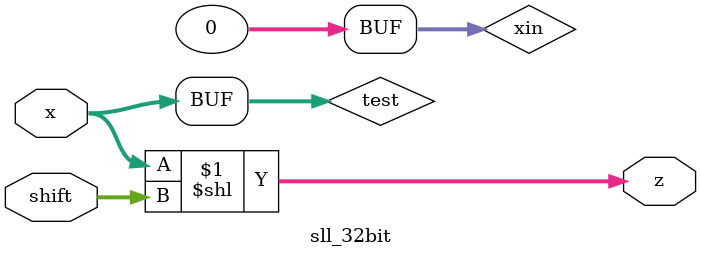
<source format=v>
module sll_32bit(x,shift,z);
    
    input [31:0] x;
    input [31:0] shift;
    output wire [31:0] z;
    
    wire [31:0] xin;
    wire [0:31] test;
    wire [31:0] t;
    
    wire [31:0] temp;
    
    assign xin = 32'h00000000;
    
   assign test[0:31] = x[31:0];
   

   // I guess i am lazy
    assign z = x << shift;
    
    // an alternative way below. However it is not checked!
   // assign temp[0] = x[0];
   // assign temp[31:1] = xin[31:1];
   // mux_32to1 mux_map0(.sel(shift[4:0]), .src(temp), .z(z[0]));
    
   // genvar i;
   // genvar j;
   // for (i=1; i<31; i=i+1) begin
   //     for (j=0;j<=i;j=j+1) begin
   //         assign temp[j] = x[i-j];
   //   end
   //   assign temp[31:i+1] = xin[31:i+1];
   //    mux_32to1 mux_map(.sel(shift[4:0]), .src(temp), .z(z[i]));
   // end

   // mux_32to1 mux_map1(.sel(shift[4:0]), .src(x), .z(z[31]));
    

    
endmodule
    



</source>
